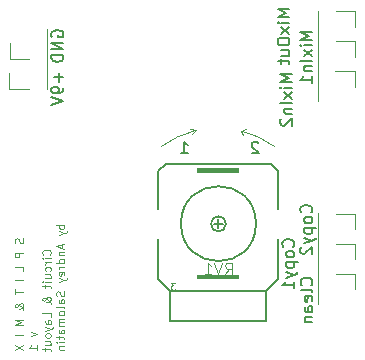
<source format=gbr>
G04 #@! TF.GenerationSoftware,KiCad,Pcbnew,(5.1.5-0-10_14)*
G04 #@! TF.CreationDate,2021-09-10T16:44:22+02:00*
G04 #@! TF.ProjectId,cleanblend,636c6561-6e62-46c6-956e-642e6b696361,rev?*
G04 #@! TF.SameCoordinates,Original*
G04 #@! TF.FileFunction,Legend,Bot*
G04 #@! TF.FilePolarity,Positive*
%FSLAX46Y46*%
G04 Gerber Fmt 4.6, Leading zero omitted, Abs format (unit mm)*
G04 Created by KiCad (PCBNEW (5.1.5-0-10_14)) date 2021-09-10 16:44:22*
%MOMM*%
%LPD*%
G04 APERTURE LIST*
%ADD10C,0.110000*%
%ADD11C,0.150000*%
%ADD12C,0.120000*%
%ADD13C,0.100000*%
%ADD14C,0.127000*%
%ADD15C,0.081280*%
%ADD16C,0.048768*%
G04 APERTURE END LIST*
D10*
X83443333Y-94228500D02*
X83476666Y-94328500D01*
X83476666Y-94495166D01*
X83443333Y-94561833D01*
X83410000Y-94595166D01*
X83343333Y-94628500D01*
X83276666Y-94628500D01*
X83210000Y-94595166D01*
X83176666Y-94561833D01*
X83143333Y-94495166D01*
X83110000Y-94361833D01*
X83076666Y-94295166D01*
X83043333Y-94261833D01*
X82976666Y-94228500D01*
X82910000Y-94228500D01*
X82843333Y-94261833D01*
X82810000Y-94295166D01*
X82776666Y-94361833D01*
X82776666Y-94528500D01*
X82810000Y-94628500D01*
X83476666Y-95461833D02*
X82776666Y-95461833D01*
X82776666Y-95728500D01*
X82810000Y-95795166D01*
X82843333Y-95828500D01*
X82910000Y-95861833D01*
X83010000Y-95861833D01*
X83076666Y-95828500D01*
X83110000Y-95795166D01*
X83143333Y-95728500D01*
X83143333Y-95461833D01*
X83476666Y-97028500D02*
X83476666Y-96695166D01*
X82776666Y-96695166D01*
X83476666Y-97795166D02*
X82776666Y-97795166D01*
X82776666Y-98561833D02*
X82776666Y-98961833D01*
X83476666Y-98761833D02*
X82776666Y-98761833D01*
X83476666Y-100295166D02*
X83476666Y-100261833D01*
X83443333Y-100195166D01*
X83343333Y-100095166D01*
X83143333Y-99928500D01*
X83043333Y-99861833D01*
X82943333Y-99828500D01*
X82876666Y-99828500D01*
X82810000Y-99861833D01*
X82776666Y-99928500D01*
X82776666Y-99961833D01*
X82810000Y-100028500D01*
X82876666Y-100061833D01*
X82910000Y-100061833D01*
X82976666Y-100028500D01*
X83010000Y-99995166D01*
X83143333Y-99795166D01*
X83176666Y-99761833D01*
X83243333Y-99728500D01*
X83343333Y-99728500D01*
X83410000Y-99761833D01*
X83443333Y-99795166D01*
X83476666Y-99861833D01*
X83476666Y-99961833D01*
X83443333Y-100028500D01*
X83410000Y-100061833D01*
X83276666Y-100161833D01*
X83176666Y-100195166D01*
X83110000Y-100195166D01*
X83476666Y-101128500D02*
X82776666Y-101128500D01*
X83276666Y-101361833D01*
X82776666Y-101595166D01*
X83476666Y-101595166D01*
X83476666Y-102461833D02*
X82776666Y-102461833D01*
X82776666Y-103261833D02*
X83476666Y-103728500D01*
X82776666Y-103728500D02*
X83476666Y-103261833D01*
X84170000Y-102195166D02*
X84636666Y-102361833D01*
X84170000Y-102528500D01*
X84636666Y-103695166D02*
X84636666Y-103295166D01*
X84636666Y-103495166D02*
X83936666Y-103495166D01*
X84036666Y-103428500D01*
X84103333Y-103361833D01*
X84136666Y-103295166D01*
X85730000Y-95628500D02*
X85763333Y-95595166D01*
X85796666Y-95495166D01*
X85796666Y-95428500D01*
X85763333Y-95328500D01*
X85696666Y-95261833D01*
X85630000Y-95228500D01*
X85496666Y-95195166D01*
X85396666Y-95195166D01*
X85263333Y-95228500D01*
X85196666Y-95261833D01*
X85130000Y-95328500D01*
X85096666Y-95428500D01*
X85096666Y-95495166D01*
X85130000Y-95595166D01*
X85163333Y-95628500D01*
X85796666Y-95928500D02*
X85330000Y-95928500D01*
X85096666Y-95928500D02*
X85130000Y-95895166D01*
X85163333Y-95928500D01*
X85130000Y-95961833D01*
X85096666Y-95928500D01*
X85163333Y-95928500D01*
X85796666Y-96261833D02*
X85330000Y-96261833D01*
X85463333Y-96261833D02*
X85396666Y-96295166D01*
X85363333Y-96328500D01*
X85330000Y-96395166D01*
X85330000Y-96461833D01*
X85763333Y-96995166D02*
X85796666Y-96928500D01*
X85796666Y-96795166D01*
X85763333Y-96728500D01*
X85730000Y-96695166D01*
X85663333Y-96661833D01*
X85463333Y-96661833D01*
X85396666Y-96695166D01*
X85363333Y-96728500D01*
X85330000Y-96795166D01*
X85330000Y-96928500D01*
X85363333Y-96995166D01*
X85330000Y-97595166D02*
X85796666Y-97595166D01*
X85330000Y-97295166D02*
X85696666Y-97295166D01*
X85763333Y-97328500D01*
X85796666Y-97395166D01*
X85796666Y-97495166D01*
X85763333Y-97561833D01*
X85730000Y-97595166D01*
X85796666Y-97928500D02*
X85330000Y-97928500D01*
X85096666Y-97928500D02*
X85130000Y-97895166D01*
X85163333Y-97928500D01*
X85130000Y-97961833D01*
X85096666Y-97928500D01*
X85163333Y-97928500D01*
X85330000Y-98161833D02*
X85330000Y-98428500D01*
X85096666Y-98261833D02*
X85696666Y-98261833D01*
X85763333Y-98295166D01*
X85796666Y-98361833D01*
X85796666Y-98428500D01*
X85796666Y-99761833D02*
X85796666Y-99728500D01*
X85763333Y-99661833D01*
X85663333Y-99561833D01*
X85463333Y-99395166D01*
X85363333Y-99328500D01*
X85263333Y-99295166D01*
X85196666Y-99295166D01*
X85130000Y-99328500D01*
X85096666Y-99395166D01*
X85096666Y-99428500D01*
X85130000Y-99495166D01*
X85196666Y-99528500D01*
X85230000Y-99528500D01*
X85296666Y-99495166D01*
X85330000Y-99461833D01*
X85463333Y-99261833D01*
X85496666Y-99228500D01*
X85563333Y-99195166D01*
X85663333Y-99195166D01*
X85730000Y-99228500D01*
X85763333Y-99261833D01*
X85796666Y-99328500D01*
X85796666Y-99428500D01*
X85763333Y-99495166D01*
X85730000Y-99528500D01*
X85596666Y-99628500D01*
X85496666Y-99661833D01*
X85430000Y-99661833D01*
X85796666Y-100928500D02*
X85796666Y-100595166D01*
X85096666Y-100595166D01*
X85796666Y-101461833D02*
X85430000Y-101461833D01*
X85363333Y-101428500D01*
X85330000Y-101361833D01*
X85330000Y-101228500D01*
X85363333Y-101161833D01*
X85763333Y-101461833D02*
X85796666Y-101395166D01*
X85796666Y-101228500D01*
X85763333Y-101161833D01*
X85696666Y-101128500D01*
X85630000Y-101128500D01*
X85563333Y-101161833D01*
X85530000Y-101228500D01*
X85530000Y-101395166D01*
X85496666Y-101461833D01*
X85330000Y-101728500D02*
X85796666Y-101895166D01*
X85330000Y-102061833D02*
X85796666Y-101895166D01*
X85963333Y-101828500D01*
X85996666Y-101795166D01*
X86030000Y-101728500D01*
X85796666Y-102428500D02*
X85763333Y-102361833D01*
X85730000Y-102328500D01*
X85663333Y-102295166D01*
X85463333Y-102295166D01*
X85396666Y-102328500D01*
X85363333Y-102361833D01*
X85330000Y-102428500D01*
X85330000Y-102528500D01*
X85363333Y-102595166D01*
X85396666Y-102628500D01*
X85463333Y-102661833D01*
X85663333Y-102661833D01*
X85730000Y-102628500D01*
X85763333Y-102595166D01*
X85796666Y-102528500D01*
X85796666Y-102428500D01*
X85330000Y-103261833D02*
X85796666Y-103261833D01*
X85330000Y-102961833D02*
X85696666Y-102961833D01*
X85763333Y-102995166D01*
X85796666Y-103061833D01*
X85796666Y-103161833D01*
X85763333Y-103228500D01*
X85730000Y-103261833D01*
X85330000Y-103495166D02*
X85330000Y-103761833D01*
X85096666Y-103595166D02*
X85696666Y-103595166D01*
X85763333Y-103628500D01*
X85796666Y-103695166D01*
X85796666Y-103761833D01*
X86956666Y-93095166D02*
X86256666Y-93095166D01*
X86523333Y-93095166D02*
X86490000Y-93161833D01*
X86490000Y-93295166D01*
X86523333Y-93361833D01*
X86556666Y-93395166D01*
X86623333Y-93428500D01*
X86823333Y-93428500D01*
X86890000Y-93395166D01*
X86923333Y-93361833D01*
X86956666Y-93295166D01*
X86956666Y-93161833D01*
X86923333Y-93095166D01*
X86490000Y-93661833D02*
X86956666Y-93828500D01*
X86490000Y-93995166D02*
X86956666Y-93828500D01*
X87123333Y-93761833D01*
X87156666Y-93728500D01*
X87190000Y-93661833D01*
X86756666Y-94761833D02*
X86756666Y-95095166D01*
X86956666Y-94695166D02*
X86256666Y-94928500D01*
X86956666Y-95161833D01*
X86490000Y-95395166D02*
X86956666Y-95395166D01*
X86556666Y-95395166D02*
X86523333Y-95428500D01*
X86490000Y-95495166D01*
X86490000Y-95595166D01*
X86523333Y-95661833D01*
X86590000Y-95695166D01*
X86956666Y-95695166D01*
X86956666Y-96328500D02*
X86256666Y-96328500D01*
X86923333Y-96328500D02*
X86956666Y-96261833D01*
X86956666Y-96128500D01*
X86923333Y-96061833D01*
X86890000Y-96028500D01*
X86823333Y-95995166D01*
X86623333Y-95995166D01*
X86556666Y-96028500D01*
X86523333Y-96061833D01*
X86490000Y-96128500D01*
X86490000Y-96261833D01*
X86523333Y-96328500D01*
X86956666Y-96661833D02*
X86490000Y-96661833D01*
X86623333Y-96661833D02*
X86556666Y-96695166D01*
X86523333Y-96728500D01*
X86490000Y-96795166D01*
X86490000Y-96861833D01*
X86923333Y-97361833D02*
X86956666Y-97295166D01*
X86956666Y-97161833D01*
X86923333Y-97095166D01*
X86856666Y-97061833D01*
X86590000Y-97061833D01*
X86523333Y-97095166D01*
X86490000Y-97161833D01*
X86490000Y-97295166D01*
X86523333Y-97361833D01*
X86590000Y-97395166D01*
X86656666Y-97395166D01*
X86723333Y-97061833D01*
X86490000Y-97628500D02*
X86956666Y-97795166D01*
X86490000Y-97961833D02*
X86956666Y-97795166D01*
X87123333Y-97728500D01*
X87156666Y-97695166D01*
X87190000Y-97628500D01*
X86923333Y-98728500D02*
X86956666Y-98828500D01*
X86956666Y-98995166D01*
X86923333Y-99061833D01*
X86890000Y-99095166D01*
X86823333Y-99128500D01*
X86756666Y-99128500D01*
X86690000Y-99095166D01*
X86656666Y-99061833D01*
X86623333Y-98995166D01*
X86590000Y-98861833D01*
X86556666Y-98795166D01*
X86523333Y-98761833D01*
X86456666Y-98728500D01*
X86390000Y-98728500D01*
X86323333Y-98761833D01*
X86290000Y-98795166D01*
X86256666Y-98861833D01*
X86256666Y-99028500D01*
X86290000Y-99128500D01*
X86956666Y-99728500D02*
X86590000Y-99728500D01*
X86523333Y-99695166D01*
X86490000Y-99628500D01*
X86490000Y-99495166D01*
X86523333Y-99428500D01*
X86923333Y-99728500D02*
X86956666Y-99661833D01*
X86956666Y-99495166D01*
X86923333Y-99428500D01*
X86856666Y-99395166D01*
X86790000Y-99395166D01*
X86723333Y-99428500D01*
X86690000Y-99495166D01*
X86690000Y-99661833D01*
X86656666Y-99728500D01*
X86956666Y-100161833D02*
X86923333Y-100095166D01*
X86856666Y-100061833D01*
X86256666Y-100061833D01*
X86956666Y-100528500D02*
X86923333Y-100461833D01*
X86890000Y-100428500D01*
X86823333Y-100395166D01*
X86623333Y-100395166D01*
X86556666Y-100428500D01*
X86523333Y-100461833D01*
X86490000Y-100528500D01*
X86490000Y-100628500D01*
X86523333Y-100695166D01*
X86556666Y-100728500D01*
X86623333Y-100761833D01*
X86823333Y-100761833D01*
X86890000Y-100728500D01*
X86923333Y-100695166D01*
X86956666Y-100628500D01*
X86956666Y-100528500D01*
X86956666Y-101061833D02*
X86490000Y-101061833D01*
X86556666Y-101061833D02*
X86523333Y-101095166D01*
X86490000Y-101161833D01*
X86490000Y-101261833D01*
X86523333Y-101328500D01*
X86590000Y-101361833D01*
X86956666Y-101361833D01*
X86590000Y-101361833D02*
X86523333Y-101395166D01*
X86490000Y-101461833D01*
X86490000Y-101561833D01*
X86523333Y-101628500D01*
X86590000Y-101661833D01*
X86956666Y-101661833D01*
X86956666Y-102295166D02*
X86590000Y-102295166D01*
X86523333Y-102261833D01*
X86490000Y-102195166D01*
X86490000Y-102061833D01*
X86523333Y-101995166D01*
X86923333Y-102295166D02*
X86956666Y-102228500D01*
X86956666Y-102061833D01*
X86923333Y-101995166D01*
X86856666Y-101961833D01*
X86790000Y-101961833D01*
X86723333Y-101995166D01*
X86690000Y-102061833D01*
X86690000Y-102228500D01*
X86656666Y-102295166D01*
X86490000Y-102528500D02*
X86490000Y-102795166D01*
X86256666Y-102628500D02*
X86856666Y-102628500D01*
X86923333Y-102661833D01*
X86956666Y-102728500D01*
X86956666Y-102795166D01*
X86956666Y-103028500D02*
X86490000Y-103028500D01*
X86256666Y-103028500D02*
X86290000Y-102995166D01*
X86323333Y-103028500D01*
X86290000Y-103061833D01*
X86256666Y-103028500D01*
X86323333Y-103028500D01*
X86490000Y-103361833D02*
X86956666Y-103361833D01*
X86556666Y-103361833D02*
X86523333Y-103395166D01*
X86490000Y-103461833D01*
X86490000Y-103561833D01*
X86523333Y-103628500D01*
X86590000Y-103661833D01*
X86956666Y-103661833D01*
D11*
X96814285Y-87052380D02*
X97385714Y-87052380D01*
X97100000Y-87052380D02*
X97100000Y-86052380D01*
X97195238Y-86195238D01*
X97290476Y-86290476D01*
X97385714Y-86338095D01*
X103385714Y-86147619D02*
X103338095Y-86100000D01*
X103242857Y-86052380D01*
X103004761Y-86052380D01*
X102909523Y-86100000D01*
X102861904Y-86147619D01*
X102814285Y-86242857D01*
X102814285Y-86338095D01*
X102861904Y-86480952D01*
X103433333Y-87052380D01*
X102814285Y-87052380D01*
D12*
X101885705Y-85142895D02*
X102100000Y-85500000D01*
X101885705Y-85142895D02*
X102300000Y-85000000D01*
X98100001Y-85100001D02*
X97800000Y-85400000D01*
X97600000Y-85000000D02*
X98100001Y-85100001D01*
X98100001Y-85100001D02*
X97600000Y-85000000D01*
X95157454Y-86472298D02*
G75*
G02X98100001Y-85100001I4842546J-6542702D01*
G01*
X101885705Y-85142896D02*
G75*
G02X104799999Y-86500001I-1885705J-7857104D01*
G01*
D13*
G36*
X98222000Y-97714000D02*
G01*
X101778000Y-97714000D01*
X101778000Y-97333000D01*
X98222000Y-97333000D01*
X98222000Y-97714000D01*
G37*
G36*
X98222000Y-88697000D02*
G01*
X101778000Y-88697000D01*
X101778000Y-88316000D01*
X98222000Y-88316000D01*
X98222000Y-88697000D01*
G37*
D14*
X104064000Y-98730000D02*
X105080000Y-97714000D01*
X105080000Y-97714000D02*
X105080000Y-94285000D01*
X105080000Y-88570000D02*
X105080000Y-91745000D01*
X94920000Y-97714000D02*
X94920000Y-94285000D01*
X94920000Y-88570000D02*
X94920000Y-91745000D01*
X100635000Y-93015000D02*
G75*
G03X100635000Y-93015000I-635000J0D01*
G01*
X95936000Y-101270000D02*
X95936000Y-98730000D01*
X104064000Y-101270000D02*
X95936000Y-101270000D01*
X104064000Y-98730000D02*
X104064000Y-101270000D01*
X95936000Y-98730000D02*
X104064000Y-98730000D01*
X100000000Y-92635000D02*
X100000000Y-93365000D01*
X99635000Y-93000000D02*
X100365000Y-93000000D01*
X94920000Y-97714000D02*
X95936000Y-98730000D01*
X94920000Y-88570000D02*
X95555000Y-87935000D01*
X104445000Y-87935000D02*
X105080000Y-88570000D01*
X95555000Y-87935000D02*
X104445000Y-87935000D01*
X103175000Y-93000000D02*
G75*
G03X103175000Y-93000000I-3175000J0D01*
G01*
D12*
X108400000Y-74990000D02*
X108400000Y-77530000D01*
X111570000Y-75003500D02*
X111570000Y-76333500D01*
X109916500Y-75000000D02*
X111570000Y-75003500D01*
X108390000Y-80090000D02*
X108390000Y-82630000D01*
X111560000Y-80103500D02*
X111560000Y-81433500D01*
X109906500Y-80100000D02*
X111560000Y-80103500D01*
X108400000Y-77540000D02*
X108400000Y-80080000D01*
X111570000Y-77553500D02*
X111570000Y-78883500D01*
X109916500Y-77550000D02*
X111570000Y-77553500D01*
X108410000Y-92130000D02*
X108410000Y-94670000D01*
X111580000Y-92143500D02*
X111580000Y-93473500D01*
X109926500Y-92140000D02*
X111580000Y-92143500D01*
X109926500Y-94690000D02*
X111580000Y-94693500D01*
X111580000Y-94693500D02*
X111580000Y-96023500D01*
X108410000Y-94680000D02*
X108410000Y-97220000D01*
X108420000Y-97220000D02*
X108420000Y-99760000D01*
X111590000Y-97233500D02*
X111590000Y-98563500D01*
X109936500Y-97230000D02*
X111590000Y-97233500D01*
X85470000Y-81610000D02*
X85470000Y-79070000D01*
X82300000Y-81596500D02*
X82300000Y-80266500D01*
X83953500Y-81600000D02*
X82300000Y-81596500D01*
X85480000Y-79080000D02*
X85480000Y-76540000D01*
X82310000Y-79066500D02*
X82310000Y-77736500D01*
X83963500Y-79070000D02*
X82310000Y-79066500D01*
D15*
X100574523Y-97261638D02*
X100896257Y-96802019D01*
X101126066Y-97261638D02*
X101126066Y-96296438D01*
X100758371Y-96296438D01*
X100666447Y-96342400D01*
X100620485Y-96388361D01*
X100574523Y-96480285D01*
X100574523Y-96618171D01*
X100620485Y-96710095D01*
X100666447Y-96756057D01*
X100758371Y-96802019D01*
X101126066Y-96802019D01*
X100298752Y-96296438D02*
X99977019Y-97261638D01*
X99655285Y-96296438D01*
X98827971Y-97261638D02*
X99379514Y-97261638D01*
X99103742Y-97261638D02*
X99103742Y-96296438D01*
X99195666Y-96434323D01*
X99287590Y-96526247D01*
X99379514Y-96572209D01*
D16*
X96329569Y-97996302D02*
X95971066Y-97996302D01*
X96164106Y-98216920D01*
X96081375Y-98216920D01*
X96026220Y-98244497D01*
X95998643Y-98272074D01*
X95971066Y-98327228D01*
X95971066Y-98465114D01*
X95998643Y-98520268D01*
X96026220Y-98547845D01*
X96081375Y-98575422D01*
X96246837Y-98575422D01*
X96301992Y-98547845D01*
X96329569Y-98520268D01*
D11*
X106002380Y-74861904D02*
X105002380Y-74861904D01*
X105716666Y-75195238D01*
X105002380Y-75528571D01*
X106002380Y-75528571D01*
X106002380Y-76004761D02*
X105335714Y-76004761D01*
X105002380Y-76004761D02*
X105050000Y-75957142D01*
X105097619Y-76004761D01*
X105050000Y-76052380D01*
X105002380Y-76004761D01*
X105097619Y-76004761D01*
X106002380Y-76385714D02*
X105335714Y-76909523D01*
X105335714Y-76385714D02*
X106002380Y-76909523D01*
X105002380Y-77480952D02*
X105002380Y-77671428D01*
X105050000Y-77766666D01*
X105145238Y-77861904D01*
X105335714Y-77909523D01*
X105669047Y-77909523D01*
X105859523Y-77861904D01*
X105954761Y-77766666D01*
X106002380Y-77671428D01*
X106002380Y-77480952D01*
X105954761Y-77385714D01*
X105859523Y-77290476D01*
X105669047Y-77242857D01*
X105335714Y-77242857D01*
X105145238Y-77290476D01*
X105050000Y-77385714D01*
X105002380Y-77480952D01*
X105335714Y-78766666D02*
X106002380Y-78766666D01*
X105335714Y-78338095D02*
X105859523Y-78338095D01*
X105954761Y-78385714D01*
X106002380Y-78480952D01*
X106002380Y-78623809D01*
X105954761Y-78719047D01*
X105907142Y-78766666D01*
X105335714Y-79100000D02*
X105335714Y-79480952D01*
X105002380Y-79242857D02*
X105859523Y-79242857D01*
X105954761Y-79290476D01*
X106002380Y-79385714D01*
X106002380Y-79480952D01*
X106232380Y-80357142D02*
X105232380Y-80357142D01*
X105946666Y-80690476D01*
X105232380Y-81023809D01*
X106232380Y-81023809D01*
X106232380Y-81500000D02*
X105565714Y-81500000D01*
X105232380Y-81500000D02*
X105280000Y-81452380D01*
X105327619Y-81500000D01*
X105280000Y-81547619D01*
X105232380Y-81500000D01*
X105327619Y-81500000D01*
X106232380Y-81880952D02*
X105565714Y-82404761D01*
X105565714Y-81880952D02*
X106232380Y-82404761D01*
X106232380Y-82785714D02*
X105232380Y-82785714D01*
X105565714Y-83261904D02*
X106232380Y-83261904D01*
X105660952Y-83261904D02*
X105613333Y-83309523D01*
X105565714Y-83404761D01*
X105565714Y-83547619D01*
X105613333Y-83642857D01*
X105708571Y-83690476D01*
X106232380Y-83690476D01*
X105327619Y-84119047D02*
X105280000Y-84166666D01*
X105232380Y-84261904D01*
X105232380Y-84500000D01*
X105280000Y-84595238D01*
X105327619Y-84642857D01*
X105422857Y-84690476D01*
X105518095Y-84690476D01*
X105660952Y-84642857D01*
X106232380Y-84071428D01*
X106232380Y-84690476D01*
X107922380Y-76767142D02*
X106922380Y-76767142D01*
X107636666Y-77100476D01*
X106922380Y-77433809D01*
X107922380Y-77433809D01*
X107922380Y-77910000D02*
X107255714Y-77910000D01*
X106922380Y-77910000D02*
X106970000Y-77862380D01*
X107017619Y-77910000D01*
X106970000Y-77957619D01*
X106922380Y-77910000D01*
X107017619Y-77910000D01*
X107922380Y-78290952D02*
X107255714Y-78814761D01*
X107255714Y-78290952D02*
X107922380Y-78814761D01*
X107922380Y-79195714D02*
X106922380Y-79195714D01*
X107255714Y-79671904D02*
X107922380Y-79671904D01*
X107350952Y-79671904D02*
X107303333Y-79719523D01*
X107255714Y-79814761D01*
X107255714Y-79957619D01*
X107303333Y-80052857D01*
X107398571Y-80100476D01*
X107922380Y-80100476D01*
X107922380Y-81100476D02*
X107922380Y-80529047D01*
X107922380Y-80814761D02*
X106922380Y-80814761D01*
X107065238Y-80719523D01*
X107160476Y-80624285D01*
X107208095Y-80529047D01*
X107837142Y-92047619D02*
X107884761Y-92000000D01*
X107932380Y-91857142D01*
X107932380Y-91761904D01*
X107884761Y-91619047D01*
X107789523Y-91523809D01*
X107694285Y-91476190D01*
X107503809Y-91428571D01*
X107360952Y-91428571D01*
X107170476Y-91476190D01*
X107075238Y-91523809D01*
X106980000Y-91619047D01*
X106932380Y-91761904D01*
X106932380Y-91857142D01*
X106980000Y-92000000D01*
X107027619Y-92047619D01*
X107932380Y-92619047D02*
X107884761Y-92523809D01*
X107837142Y-92476190D01*
X107741904Y-92428571D01*
X107456190Y-92428571D01*
X107360952Y-92476190D01*
X107313333Y-92523809D01*
X107265714Y-92619047D01*
X107265714Y-92761904D01*
X107313333Y-92857142D01*
X107360952Y-92904761D01*
X107456190Y-92952380D01*
X107741904Y-92952380D01*
X107837142Y-92904761D01*
X107884761Y-92857142D01*
X107932380Y-92761904D01*
X107932380Y-92619047D01*
X107265714Y-93380952D02*
X108265714Y-93380952D01*
X107313333Y-93380952D02*
X107265714Y-93476190D01*
X107265714Y-93666666D01*
X107313333Y-93761904D01*
X107360952Y-93809523D01*
X107456190Y-93857142D01*
X107741904Y-93857142D01*
X107837142Y-93809523D01*
X107884761Y-93761904D01*
X107932380Y-93666666D01*
X107932380Y-93476190D01*
X107884761Y-93380952D01*
X107265714Y-94190476D02*
X107932380Y-94428571D01*
X107265714Y-94666666D02*
X107932380Y-94428571D01*
X108170476Y-94333333D01*
X108218095Y-94285714D01*
X108265714Y-94190476D01*
X107027619Y-95000000D02*
X106980000Y-95047619D01*
X106932380Y-95142857D01*
X106932380Y-95380952D01*
X106980000Y-95476190D01*
X107027619Y-95523809D01*
X107122857Y-95571428D01*
X107218095Y-95571428D01*
X107360952Y-95523809D01*
X107932380Y-94952380D01*
X107932380Y-95571428D01*
X106307142Y-94947619D02*
X106354761Y-94900000D01*
X106402380Y-94757142D01*
X106402380Y-94661904D01*
X106354761Y-94519047D01*
X106259523Y-94423809D01*
X106164285Y-94376190D01*
X105973809Y-94328571D01*
X105830952Y-94328571D01*
X105640476Y-94376190D01*
X105545238Y-94423809D01*
X105450000Y-94519047D01*
X105402380Y-94661904D01*
X105402380Y-94757142D01*
X105450000Y-94900000D01*
X105497619Y-94947619D01*
X106402380Y-95519047D02*
X106354761Y-95423809D01*
X106307142Y-95376190D01*
X106211904Y-95328571D01*
X105926190Y-95328571D01*
X105830952Y-95376190D01*
X105783333Y-95423809D01*
X105735714Y-95519047D01*
X105735714Y-95661904D01*
X105783333Y-95757142D01*
X105830952Y-95804761D01*
X105926190Y-95852380D01*
X106211904Y-95852380D01*
X106307142Y-95804761D01*
X106354761Y-95757142D01*
X106402380Y-95661904D01*
X106402380Y-95519047D01*
X105735714Y-96280952D02*
X106735714Y-96280952D01*
X105783333Y-96280952D02*
X105735714Y-96376190D01*
X105735714Y-96566666D01*
X105783333Y-96661904D01*
X105830952Y-96709523D01*
X105926190Y-96757142D01*
X106211904Y-96757142D01*
X106307142Y-96709523D01*
X106354761Y-96661904D01*
X106402380Y-96566666D01*
X106402380Y-96376190D01*
X106354761Y-96280952D01*
X105735714Y-97090476D02*
X106402380Y-97328571D01*
X105735714Y-97566666D02*
X106402380Y-97328571D01*
X106640476Y-97233333D01*
X106688095Y-97185714D01*
X106735714Y-97090476D01*
X106402380Y-98471428D02*
X106402380Y-97900000D01*
X106402380Y-98185714D02*
X105402380Y-98185714D01*
X105545238Y-98090476D01*
X105640476Y-97995238D01*
X105688095Y-97900000D01*
X107857142Y-98214285D02*
X107904761Y-98166666D01*
X107952380Y-98023809D01*
X107952380Y-97928571D01*
X107904761Y-97785714D01*
X107809523Y-97690476D01*
X107714285Y-97642857D01*
X107523809Y-97595238D01*
X107380952Y-97595238D01*
X107190476Y-97642857D01*
X107095238Y-97690476D01*
X107000000Y-97785714D01*
X106952380Y-97928571D01*
X106952380Y-98023809D01*
X107000000Y-98166666D01*
X107047619Y-98214285D01*
X107952380Y-98785714D02*
X107904761Y-98690476D01*
X107809523Y-98642857D01*
X106952380Y-98642857D01*
X107904761Y-99547619D02*
X107952380Y-99452380D01*
X107952380Y-99261904D01*
X107904761Y-99166666D01*
X107809523Y-99119047D01*
X107428571Y-99119047D01*
X107333333Y-99166666D01*
X107285714Y-99261904D01*
X107285714Y-99452380D01*
X107333333Y-99547619D01*
X107428571Y-99595238D01*
X107523809Y-99595238D01*
X107619047Y-99119047D01*
X107952380Y-100452380D02*
X107428571Y-100452380D01*
X107333333Y-100404761D01*
X107285714Y-100309523D01*
X107285714Y-100119047D01*
X107333333Y-100023809D01*
X107904761Y-100452380D02*
X107952380Y-100357142D01*
X107952380Y-100119047D01*
X107904761Y-100023809D01*
X107809523Y-99976190D01*
X107714285Y-99976190D01*
X107619047Y-100023809D01*
X107571428Y-100119047D01*
X107571428Y-100357142D01*
X107523809Y-100452380D01*
X107285714Y-100928571D02*
X107952380Y-100928571D01*
X107380952Y-100928571D02*
X107333333Y-100976190D01*
X107285714Y-101071428D01*
X107285714Y-101214285D01*
X107333333Y-101309523D01*
X107428571Y-101357142D01*
X107952380Y-101357142D01*
X86481428Y-80214285D02*
X86481428Y-80976190D01*
X86862380Y-80595238D02*
X86100476Y-80595238D01*
X86862380Y-81500000D02*
X86862380Y-81690476D01*
X86814761Y-81785714D01*
X86767142Y-81833333D01*
X86624285Y-81928571D01*
X86433809Y-81976190D01*
X86052857Y-81976190D01*
X85957619Y-81928571D01*
X85910000Y-81880952D01*
X85862380Y-81785714D01*
X85862380Y-81595238D01*
X85910000Y-81500000D01*
X85957619Y-81452380D01*
X86052857Y-81404761D01*
X86290952Y-81404761D01*
X86386190Y-81452380D01*
X86433809Y-81500000D01*
X86481428Y-81595238D01*
X86481428Y-81785714D01*
X86433809Y-81880952D01*
X86386190Y-81928571D01*
X86290952Y-81976190D01*
X85862380Y-82261904D02*
X86862380Y-82595238D01*
X85862380Y-82928571D01*
X85910000Y-77188095D02*
X85862380Y-77092857D01*
X85862380Y-76950000D01*
X85910000Y-76807142D01*
X86005238Y-76711904D01*
X86100476Y-76664285D01*
X86290952Y-76616666D01*
X86433809Y-76616666D01*
X86624285Y-76664285D01*
X86719523Y-76711904D01*
X86814761Y-76807142D01*
X86862380Y-76950000D01*
X86862380Y-77045238D01*
X86814761Y-77188095D01*
X86767142Y-77235714D01*
X86433809Y-77235714D01*
X86433809Y-77045238D01*
X86862380Y-77664285D02*
X85862380Y-77664285D01*
X86862380Y-78235714D01*
X85862380Y-78235714D01*
X86862380Y-78711904D02*
X85862380Y-78711904D01*
X85862380Y-78950000D01*
X85910000Y-79092857D01*
X86005238Y-79188095D01*
X86100476Y-79235714D01*
X86290952Y-79283333D01*
X86433809Y-79283333D01*
X86624285Y-79235714D01*
X86719523Y-79188095D01*
X86814761Y-79092857D01*
X86862380Y-78950000D01*
X86862380Y-78711904D01*
M02*

</source>
